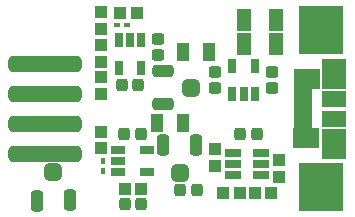
<source format=gts>
G04 Layer_Color=8388736*
%FSLAX25Y25*%
%MOIN*%
G70*
G01*
G75*
%ADD42R,0.14665X0.16339*%
G04:AMPARAMS|DCode=43|XSize=59.06mil|YSize=59.06mil|CornerRadius=16.73mil|HoleSize=0mil|Usage=FLASHONLY|Rotation=0.000|XOffset=0mil|YOffset=0mil|HoleType=Round|Shape=RoundedRectangle|*
%AMROUNDEDRECTD43*
21,1,0.05906,0.02559,0,0,0.0*
21,1,0.02559,0.05906,0,0,0.0*
1,1,0.03346,0.01280,-0.01280*
1,1,0.03346,-0.01280,-0.01280*
1,1,0.03346,-0.01280,0.01280*
1,1,0.03346,0.01280,0.01280*
%
%ADD43ROUNDEDRECTD43*%
G04:AMPARAMS|DCode=44|XSize=70.87mil|YSize=43.31mil|CornerRadius=12.8mil|HoleSize=0mil|Usage=FLASHONLY|Rotation=90.000|XOffset=0mil|YOffset=0mil|HoleType=Round|Shape=RoundedRectangle|*
%AMROUNDEDRECTD44*
21,1,0.07087,0.01772,0,0,90.0*
21,1,0.04528,0.04331,0,0,90.0*
1,1,0.02559,0.00886,0.02264*
1,1,0.02559,0.00886,-0.02264*
1,1,0.02559,-0.00886,-0.02264*
1,1,0.02559,-0.00886,0.02264*
%
%ADD44ROUNDEDRECTD44*%
%ADD45R,0.03150X0.05118*%
%ADD46R,0.03937X0.06299*%
%ADD47R,0.03937X0.04331*%
%ADD48R,0.04331X0.03937*%
G04:AMPARAMS|DCode=49|XSize=43.31mil|YSize=39.37mil|CornerRadius=11.81mil|HoleSize=0mil|Usage=FLASHONLY|Rotation=270.000|XOffset=0mil|YOffset=0mil|HoleType=Round|Shape=RoundedRectangle|*
%AMROUNDEDRECTD49*
21,1,0.04331,0.01575,0,0,270.0*
21,1,0.01969,0.03937,0,0,270.0*
1,1,0.02362,-0.00787,-0.00984*
1,1,0.02362,-0.00787,0.00984*
1,1,0.02362,0.00787,0.00984*
1,1,0.02362,0.00787,-0.00984*
%
%ADD49ROUNDEDRECTD49*%
%ADD50R,0.05118X0.07480*%
G04:AMPARAMS|DCode=51|XSize=43.31mil|YSize=39.37mil|CornerRadius=11.81mil|HoleSize=0mil|Usage=FLASHONLY|Rotation=180.000|XOffset=0mil|YOffset=0mil|HoleType=Round|Shape=RoundedRectangle|*
%AMROUNDEDRECTD51*
21,1,0.04331,0.01575,0,0,180.0*
21,1,0.01969,0.03937,0,0,180.0*
1,1,0.02362,-0.00984,0.00787*
1,1,0.02362,0.00984,0.00787*
1,1,0.02362,0.00984,-0.00787*
1,1,0.02362,-0.00984,-0.00787*
%
%ADD51ROUNDEDRECTD51*%
%ADD52R,0.03150X0.04921*%
%ADD53R,0.05512X0.03150*%
%ADD54R,0.01772X0.02205*%
%ADD55R,0.05118X0.03150*%
G04:AMPARAMS|DCode=56|XSize=70.87mil|YSize=43.31mil|CornerRadius=12.8mil|HoleSize=0mil|Usage=FLASHONLY|Rotation=0.000|XOffset=0mil|YOffset=0mil|HoleType=Round|Shape=RoundedRectangle|*
%AMROUNDEDRECTD56*
21,1,0.07087,0.01772,0,0,0.0*
21,1,0.04528,0.04331,0,0,0.0*
1,1,0.02559,0.02264,-0.00886*
1,1,0.02559,-0.02264,-0.00886*
1,1,0.02559,-0.02264,0.00886*
1,1,0.02559,0.02264,0.00886*
%
%ADD56ROUNDEDRECTD56*%
G04:AMPARAMS|DCode=57|XSize=59.06mil|YSize=59.06mil|CornerRadius=16.73mil|HoleSize=0mil|Usage=FLASHONLY|Rotation=270.000|XOffset=0mil|YOffset=0mil|HoleType=Round|Shape=RoundedRectangle|*
%AMROUNDEDRECTD57*
21,1,0.05906,0.02559,0,0,270.0*
21,1,0.02559,0.05906,0,0,270.0*
1,1,0.03346,-0.01280,-0.01280*
1,1,0.03346,-0.01280,0.01280*
1,1,0.03346,0.01280,0.01280*
1,1,0.03346,0.01280,-0.01280*
%
%ADD57ROUNDEDRECTD57*%
%ADD58R,0.02205X0.01772*%
%ADD59R,0.08268X0.10138*%
%ADD60R,0.08268X0.05413*%
%ADD61R,0.08661X0.06594*%
%ADD62R,0.09055X0.06594*%
%ADD63R,0.06221X0.02559*%
G04:AMPARAMS|DCode=64|XSize=244.1mil|YSize=55.12mil|CornerRadius=15.75mil|HoleSize=0mil|Usage=FLASHONLY|Rotation=0.000|XOffset=0mil|YOffset=0mil|HoleType=Round|Shape=RoundedRectangle|*
%AMROUNDEDRECTD64*
21,1,0.24410,0.02362,0,0,0.0*
21,1,0.21260,0.05512,0,0,0.0*
1,1,0.03150,0.10630,-0.01181*
1,1,0.03150,-0.10630,-0.01181*
1,1,0.03150,-0.10630,0.01181*
1,1,0.03150,0.10630,0.01181*
%
%ADD64ROUNDEDRECTD64*%
D42*
X104183Y9646D02*
D03*
Y62106D02*
D03*
D43*
X14862Y14764D02*
D03*
X56988Y14272D02*
D03*
D44*
X9390Y5197D02*
D03*
X20374Y5315D02*
D03*
X51476Y23720D02*
D03*
X62461Y23839D02*
D03*
D45*
X44193Y49409D02*
D03*
X36713D02*
D03*
Y58858D02*
D03*
X40453D02*
D03*
X44193D02*
D03*
D46*
X49508Y31102D02*
D03*
X58169D02*
D03*
X58071Y54823D02*
D03*
X66732D02*
D03*
D47*
X82080Y7690D02*
D03*
X87591D02*
D03*
X76961Y7690D02*
D03*
X71450D02*
D03*
X38681Y9055D02*
D03*
X44193D02*
D03*
X42717Y67913D02*
D03*
X37205D02*
D03*
D48*
X90052Y13103D02*
D03*
Y18615D02*
D03*
X68891Y16745D02*
D03*
Y22257D02*
D03*
X30807Y22736D02*
D03*
Y28248D02*
D03*
X30807Y40748D02*
D03*
Y46260D02*
D03*
Y62500D02*
D03*
Y68012D02*
D03*
Y51476D02*
D03*
Y56988D02*
D03*
D49*
X82769Y27375D02*
D03*
X77257D02*
D03*
X62795Y8661D02*
D03*
X57284D02*
D03*
X44193Y4134D02*
D03*
X38681D02*
D03*
X43996Y27559D02*
D03*
X38484D02*
D03*
X43209Y43799D02*
D03*
X37697D02*
D03*
D50*
X88976Y65256D02*
D03*
X78347D02*
D03*
X88976Y57480D02*
D03*
X78347D02*
D03*
D51*
X87795Y42618D02*
D03*
Y48130D02*
D03*
X68701Y42717D02*
D03*
Y48228D02*
D03*
X49902Y53642D02*
D03*
Y59154D02*
D03*
D52*
X74597Y50132D02*
D03*
X82077D02*
D03*
Y40684D02*
D03*
X78337D02*
D03*
X74597D02*
D03*
D53*
X84001Y21161D02*
D03*
Y17421D02*
D03*
Y13681D02*
D03*
X74946D02*
D03*
Y17421D02*
D03*
Y21161D02*
D03*
D54*
X31496Y18287D02*
D03*
Y14980D02*
D03*
D55*
X46063Y22146D02*
D03*
Y14665D02*
D03*
X36614D02*
D03*
Y18406D02*
D03*
Y22146D02*
D03*
D56*
X51476Y37402D02*
D03*
X51358Y48386D02*
D03*
D57*
X60925Y42913D02*
D03*
D58*
X39547Y63878D02*
D03*
X36240D02*
D03*
D59*
X108465Y47441D02*
D03*
Y24213D02*
D03*
D60*
Y32480D02*
D03*
Y39173D02*
D03*
D61*
X99213Y25984D02*
D03*
D62*
X99410Y45669D02*
D03*
D63*
X98032Y30709D02*
D03*
Y40945D02*
D03*
Y38386D02*
D03*
Y33268D02*
D03*
Y35827D02*
D03*
D64*
X12205Y20728D02*
D03*
Y30728D02*
D03*
Y40728D02*
D03*
Y50728D02*
D03*
M02*

</source>
